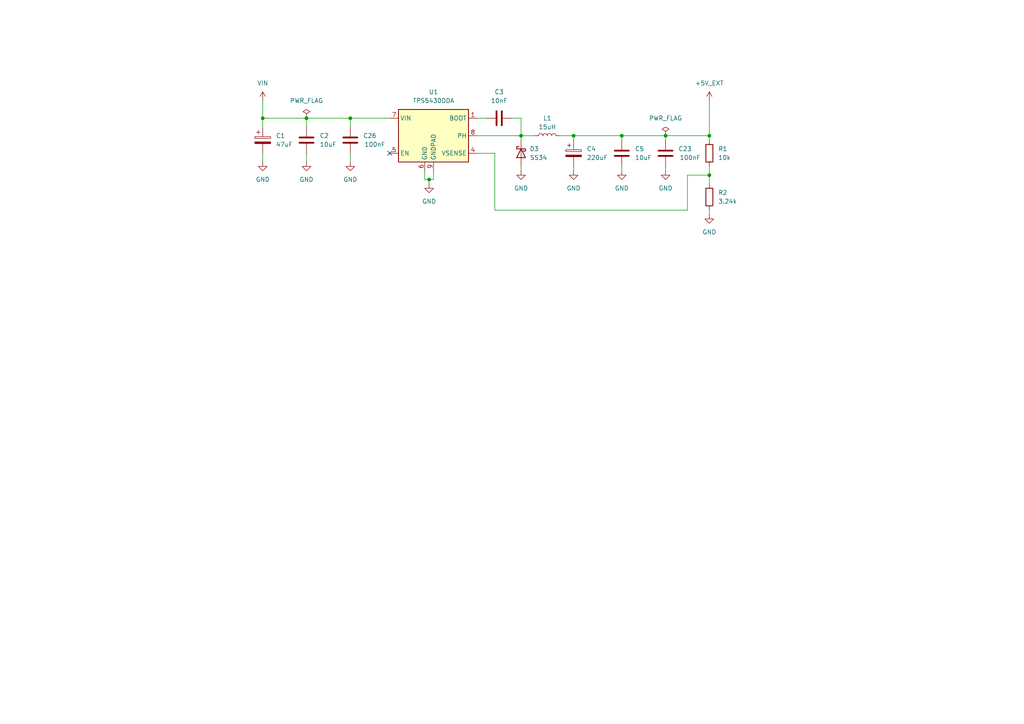
<source format=kicad_sch>
(kicad_sch (version 20250114) (generator "eeschema") (generator_version "9.0")
  (paper "A4")
  (lib_symbols
    (symbol "Device:C" (pin_numbers (hide yes)) (pin_names (offset 0.254))
      (property "Reference" "C" (at 0.635 2.54 0))
      (property "Value" "C" (at 0.635 -2.54 0))
      (symbol "C_0_1"
        (polyline (pts (xy -2.032 0.762) (xy 2.032 0.762)) (stroke (width 0.508)))
        (polyline (pts (xy -2.032 -0.762) (xy 2.032 -0.762)) (stroke (width 0.508)))
      )
      (symbol "C_1_1"
        (pin passive line (at 0 3.81 270) (length 2.794) (name "~") (number "1"))
        (pin passive line (at 0 -3.81 90) (length 2.794) (name "~") (number "2"))
      )
    )
    (symbol "Device:C_Polarized" (pin_numbers (hide yes)) (pin_names (offset 0.254))
      (property "Reference" "C" (at 0.635 2.54 0))
      (property "Value" "C_Polarized" (at 0.635 -2.54 0))
      (symbol "C_Polarized_0_1"
        (rectangle (start -2.286 0.508) (end 2.286 1.016))
        (polyline (pts (xy -1.778 2.286) (xy -0.762 2.286)))
        (polyline (pts (xy -1.27 2.794) (xy -1.27 1.778)))
        (rectangle (start 2.286 -0.508) (end -2.286 -1.016) (fill (type outline)))
      )
      (symbol "C_Polarized_1_1"
        (pin passive line (at 0 3.81 270) (length 2.794) (name "~") (number "1"))
        (pin passive line (at 0 -3.81 90) (length 2.794) (name "~") (number "2"))
      )
    )
    (symbol "Device:D_Schottky" (pin_numbers (hide yes)) (pin_names (offset 1.016) (hide yes))
      (property "Reference" "D" (at 0 2.54 0))
      (property "Value" "D_Schottky" (at 0 -2.54 0))
      (symbol "D_Schottky_0_1"
        (polyline (pts (xy -1.905 0.635) (xy -1.905 1.27) (xy -1.27 1.27) (xy -1.27 -1.27) (xy -0.635 -1.27) (xy -0.635 -0.635)) (stroke (width 0.254)))
        (polyline (pts (xy 1.27 1.27) (xy 1.27 -1.27) (xy -1.27 0) (xy 1.27 1.27)) (stroke (width 0.254)))
        (polyline (pts (xy 1.27 0) (xy -1.27 0)))
      )
      (symbol "D_Schottky_1_1"
        (pin passive line (at -3.81 0 0) (length 2.54) (name "K") (number "1"))
        (pin passive line (at 3.81 0 180) (length 2.54) (name "A") (number "2"))
      )
    )
    (symbol "Device:L" (pin_numbers (hide yes)) (pin_names (offset 1.016) (hide yes))
      (property "Reference" "L" (at -1.27 0 90))
      (property "Value" "L" (at 1.905 0 90))
      (symbol "L_0_1"
        (arc (start 0 2.54) (mid 0.6323 1.905) (end 0 1.27))
        (arc (start 0 1.27) (mid 0.6323 0.635) (end 0 0))
        (arc (start 0 0) (mid 0.6323 -0.635) (end 0 -1.27))
        (arc (start 0 -1.27) (mid 0.6323 -1.905) (end 0 -2.54))
      )
      (symbol "L_1_1"
        (pin passive line (at 0 3.81 270) (length 1.27) (name "1") (number "1"))
        (pin passive line (at 0 -3.81 90) (length 1.27) (name "2") (number "2"))
      )
    )
    (symbol "Device:R" (pin_numbers (hide yes)) (pin_names (offset 0))
      (property "Reference" "R" (at 2.032 0 90))
      (property "Value" "R" (at 0 0 90))
      (symbol "R_0_1"
        (rectangle (start -1.016 -2.54) (end 1.016 2.54) (stroke (width 0.254)))
      )
      (symbol "R_1_1"
        (pin passive line (at 0 3.81 270) (length 1.27) (name "~") (number "1"))
        (pin passive line (at 0 -3.81 90) (length 1.27) (name "~") (number "2"))
      )
    )
    (symbol "Regulator_Switching:TPS5430DDA"
      (property "Reference" "U" (at -10.16 8.89 0))
      (property "Value" "TPS5430DDA" (at -1.27 8.89 0))
      (symbol "TPS5430DDA_0_1"
        (rectangle (start -10.16 7.62) (end 10.16 -7.62) (stroke (width 0.254)) (fill (type background)))
      )
      (symbol "TPS5430DDA_1_1"
        (pin power_in line (at -12.7 5.08 0) (length 2.54) (name "VIN") (number "7"))
        (pin input line (at -12.7 -5.08 0) (length 2.54) (name "EN") (number "5"))
        (pin no_connect line (at -10.16 2.54 0) (length 2.54) (hide yes) (name "NC") (number "2"))
        (pin no_connect line (at -10.16 -2.54 0) (length 2.54) (hide yes) (name "NC") (number "3"))
        (pin power_in line (at -2.54 -10.16 90) (length 2.54) (name "GND") (number "6"))
        (pin power_in line (at 0 -10.16 90) (length 2.54) (name "GNDPAD") (number "9"))
        (pin input line (at 12.7 5.08 180) (length 2.54) (name "BOOT") (number "1"))
        (pin output line (at 12.7 0 180) (length 2.54) (name "PH") (number "8"))
        (pin input line (at 12.7 -5.08 180) (length 2.54) (name "VSENSE") (number "4"))
      )
    )
    (symbol "power:GND" (power) (pin_numbers (hide yes)) (pin_names (offset 0) (hide yes))
      (property "Value" "GND" (at 0 -3.81 0))
      (symbol "GND_0_1"
        (polyline (pts (xy 0 0) (xy 0 -1.27) (xy 1.27 -1.27) (xy 0 -2.54) (xy -1.27 -1.27) (xy 0 -1.27)))
      )
      (symbol "GND_1_1"
        (pin power_in line (at 0 0 270) (length 0) (name "~") (number "1"))
      )
    )
    (symbol "power:PWR_FLAG" (power) (pin_numbers (hide yes)) (pin_names (offset 0) (hide yes))
      (property "Value" "PWR_FLAG" (at 0 3.81 0))
      (symbol "PWR_FLAG_0_0"
        (pin power_out line (at 0 0 90) (length 0) (name "~") (number "1"))
      )
      (symbol "PWR_FLAG_0_1"
        (polyline (pts (xy 0 0) (xy 0 1.27) (xy -1.016 1.905) (xy 0 2.54) (xy 1.016 1.905) (xy 0 1.27)))
      )
    )
    (symbol "power:VCC" (power) (pin_numbers (hide yes)) (pin_names (offset 0) (hide yes))
      (property "Value" "VCC" (at 0 3.556 0))
      (symbol "VCC_0_1"
        (polyline (pts (xy -0.762 1.27) (xy 0 2.54)))
        (polyline (pts (xy 0 2.54) (xy 0.762 1.27)))
        (polyline (pts (xy 0 0) (xy 0 2.54)))
      )
      (symbol "VCC_1_1"
        (pin power_in line (at 0 0 90) (length 0) (name "~") (number "1"))
      )
    )
  )
  (junction (at 76.2 34.29))
  (junction (at 205.74 39.37))
  (junction (at 124.46 52.07))
  (junction (at 166.37 39.37))
  (junction (at 205.74 50.8))
  (junction (at 151.13 39.37))
  (junction (at 180.34 39.37))
  (junction (at 101.6 34.29))
  (junction (at 88.9 34.29))
  (junction (at 193.04 39.37))
  (no_connect (at 113.03 44.45))
  (wire (pts (xy 123.19 49.53) (xy 123.19 52.07)))
  (wire (pts (xy 193.04 39.37) (xy 205.74 39.37)))
  (wire (pts (xy 151.13 34.29) (xy 151.13 39.37)))
  (wire (pts (xy 88.9 36.83) (xy 88.9 34.29)))
  (wire (pts (xy 88.9 34.29) (xy 101.6 34.29)))
  (wire (pts (xy 151.13 39.37) (xy 151.13 40.64)))
  (wire (pts (xy 138.43 39.37) (xy 151.13 39.37)))
  (wire (pts (xy 180.34 39.37) (xy 180.34 40.64)))
  (wire (pts (xy 205.74 50.8) (xy 205.74 53.34)))
  (wire (pts (xy 101.6 34.29) (xy 113.03 34.29)))
  (wire (pts (xy 162.56 39.37) (xy 166.37 39.37)))
  (wire (pts (xy 205.74 60.96) (xy 205.74 62.23)))
  (wire (pts (xy 151.13 39.37) (xy 154.94 39.37)))
  (wire (pts (xy 76.2 29.21) (xy 76.2 34.29)))
  (wire (pts (xy 123.19 52.07) (xy 124.46 52.07)))
  (wire (pts (xy 205.74 39.37) (xy 205.74 40.64)))
  (wire (pts (xy 76.2 34.29) (xy 76.2 36.83)))
  (wire (pts (xy 205.74 48.26) (xy 205.74 50.8)))
  (wire (pts (xy 143.51 44.45) (xy 143.51 60.96)))
  (wire (pts (xy 148.59 34.29) (xy 151.13 34.29)))
  (wire (pts (xy 138.43 34.29) (xy 140.97 34.29)))
  (wire (pts (xy 143.51 60.96) (xy 199.39 60.96)))
  (wire (pts (xy 180.34 39.37) (xy 193.04 39.37)))
  (wire (pts (xy 88.9 44.45) (xy 88.9 46.99)))
  (wire (pts (xy 199.39 50.8) (xy 205.74 50.8)))
  (wire (pts (xy 180.34 48.26) (xy 180.34 49.53)))
  (wire (pts (xy 138.43 44.45) (xy 143.51 44.45)))
  (wire (pts (xy 124.46 52.07) (xy 124.46 53.34)))
  (wire (pts (xy 151.13 48.26) (xy 151.13 49.53)))
  (wire (pts (xy 193.04 48.26) (xy 193.04 49.53)))
  (wire (pts (xy 88.9 34.29) (xy 76.2 34.29)))
  (wire (pts (xy 166.37 39.37) (xy 166.37 40.64)))
  (wire (pts (xy 205.74 29.21) (xy 205.74 39.37)))
  (wire (pts (xy 125.73 49.53) (xy 125.73 52.07)))
  (wire (pts (xy 76.2 44.45) (xy 76.2 46.99)))
  (wire (pts (xy 166.37 39.37) (xy 180.34 39.37)))
  (wire (pts (xy 199.39 60.96) (xy 199.39 50.8)))
  (wire (pts (xy 124.46 52.07) (xy 125.73 52.07)))
  (wire (pts (xy 193.04 39.37) (xy 193.04 40.64)))
  (wire (pts (xy 166.37 48.26) (xy 166.37 49.53)))
  (wire (pts (xy 101.6 44.45) (xy 101.6 46.99)))
  (wire (pts (xy 101.6 34.29) (xy 101.6 36.83)))
  (symbol (lib_id "power:GND") (at 180.34 49.53 0) (unit 1)
    (property "Reference" "#PWR09" (effects (hide yes)))
    (property "Value" "GND" (at 180.34 54.61 0))
    (property "Description" "Power symbol creates a global label with name \"GND\" , ground" (effects (hide yes)))
  )
  (symbol (lib_id "power:GND") (at 193.04 49.53 0) (unit 1)
    (property "Reference" "#PWR0136" (effects (hide yes)))
    (property "Value" "GND" (at 193.04 54.61 0))
    (property "Description" "Power symbol creates a global label with name \"GND\" , ground" (effects (hide yes)))
  )
  (symbol (lib_id "Device:C") (at 180.34 44.45 0) (unit 1)
    (property "Reference" "C5" (at 184.15 43.18 0) (effects (justify left)))
    (property "Value" "10uF" (at 184.15 45.72 0) (effects (justify left)))
    (property "Footprint" "Capacitor_SMD:C_0603_1608Metric" (effects (hide yes)))
    (property "Description" "Unpolarized capacitor" (effects (hide yes)))
    (property "LCSC" "C19702" (effects (hide yes)))
  )
  (symbol (lib_id "power:GND") (at 166.37 49.53 0) (unit 1)
    (property "Reference" "#PWR08" (effects (hide yes)))
    (property "Value" "GND" (at 166.37 54.61 0))
    (property "Description" "Power symbol creates a global label with name \"GND\" , ground" (effects (hide yes)))
  )
  (symbol (lib_id "Device:C") (at 101.6 40.64 0) (unit 1)
    (property "Reference" "C26" (at 109.22 39.37 0) (effects (justify right)))
    (property "Value" "100nF" (at 111.76 41.91 0) (effects (justify right)))
    (property "Footprint" "Capacitor_SMD:C_0603_1608Metric" (effects (hide yes)))
    (property "Description" "Unpolarized capacitor" (effects (hide yes)))
    (property "LCSC" "C14663" (effects (hide yes)))
  )
  (symbol (lib_id "Regulator_Switching:TPS5430DDA") (at 125.73 39.37 0) (unit 1)
    (property "Reference" "U1" (at 125.73 26.67 0))
    (property "Value" "TPS5430DDA" (at 125.73 29.21 0))
    (property "Footprint" "Package_SO:TI_SO-PowerPAD-8_ThermalVias" (effects (hide yes)))
    (property "Datasheet" "http://www.ti.com/lit/ds/symlink/tps5430.pdf" (effects (hide yes)))
    (property "Description" "3A, Step Down Swift Converter, Adjustable Output Voltage, 5.5-36V Input Voltage, PowerSO-8" (effects (hide yes)))
    (property "LCSC" "C9864" (effects (hide yes)))
  )
  (symbol (lib_id "Device:D_Schottky") (at 151.13 44.45 90) (mirror x) (unit 1)
    (property "Reference" "D3" (at 154.94 43.18 90))
    (property "Value" "SS34" (at 156.21 45.72 90))
    (property "Footprint" "Diode_SMD:D_SMA" (effects (hide yes)))
    (property "Description" "Schottky diode" (effects (hide yes)))
    (property "LCSC" "C8678" (effects (hide yes)))
  )
  (symbol (lib_id "power:GND") (at 151.13 49.53 0) (unit 1)
    (property "Reference" "#PWR07" (effects (hide yes)))
    (property "Value" "GND" (at 151.13 54.61 0))
    (property "Description" "Power symbol creates a global label with name \"GND\" , ground" (effects (hide yes)))
  )
  (symbol (lib_id "power:PWR_FLAG") (at 88.9 34.29 0) (unit 1)
    (property "Reference" "#FLG02" (effects (hide yes)))
    (property "Value" "PWR_FLAG" (at 88.9 29.21 0))
    (property "Description" "Special symbol for telling ERC where power comes from" (effects (hide yes)))
  )
  (symbol (lib_id "power:VCC") (at 205.74 29.21 0) (unit 1)
    (property "Reference" "#PWR011" (effects (hide yes)))
    (property "Value" "+5V_EXT" (at 205.74 24.13 0))
    (property "Description" "Power symbol creates a global label with name \"VCC\"" (effects (hide yes)))
  )
  (symbol (lib_id "power:GND") (at 76.2 46.99 0) (unit 1)
    (property "Reference" "#PWR04" (effects (hide yes)))
    (property "Value" "GND" (at 76.2 52.07 0))
    (property "Description" "Power symbol creates a global label with name \"GND\" , ground" (effects (hide yes)))
  )
  (symbol (lib_id "Device:L") (at 158.75 39.37 90) (unit 1)
    (property "Reference" "L1" (at 158.75 34.29 90))
    (property "Value" "15uH" (at 158.75 36.83 90))
    (property "Footprint" "Inductor_SMD:L_Changjiang_FXL0630" (effects (hide yes)))
    (property "Description" "Inductor" (effects (hide yes)))
    (property "LCSC" "C177243" (effects (hide yes)))
  )
  (symbol (lib_id "Device:C") (at 144.78 34.29 90) (unit 1)
    (property "Reference" "C3" (at 144.78 26.67 90))
    (property "Value" "10nF" (at 144.78 29.21 90))
    (property "Footprint" "Capacitor_SMD:C_0603_1608Metric" (effects (hide yes)))
    (property "Description" "Unpolarized capacitor" (effects (hide yes)))
    (property "LCSC" "C57112" (effects (hide yes)))
  )
  (symbol (lib_id "Device:R") (at 205.74 44.45 0) (unit 1)
    (property "Reference" "R1" (at 208.28 43.18 0) (effects (justify left)))
    (property "Value" "10k" (at 208.28 45.72 0) (effects (justify left)))
    (property "Footprint" "Resistor_SMD:R_0603_1608Metric" (effects (hide yes)))
    (property "Description" "Resistor" (effects (hide yes)))
    (property "LCSC" "C25804" (effects (hide yes)))
  )
  (symbol (lib_id "power:GND") (at 88.9 46.99 0) (unit 1)
    (property "Reference" "#PWR05" (effects (hide yes)))
    (property "Value" "GND" (at 88.9 52.07 0))
    (property "Description" "Power symbol creates a global label with name \"GND\" , ground" (effects (hide yes)))
  )
  (symbol (lib_id "Device:C") (at 88.9 40.64 0) (unit 1)
    (property "Reference" "C2" (at 92.71 39.37 0) (effects (justify left)))
    (property "Value" "10uF" (at 92.71 41.91 0) (effects (justify left)))
    (property "Footprint" "Capacitor_SMD:C_1206_3216Metric" (effects (hide yes)))
    (property "Description" "Unpolarized capacitor" (effects (hide yes)))
    (property "LCSC" "C13585" (effects (hide yes)))
  )
  (symbol (lib_id "power:GND") (at 101.6 46.99 0) (unit 1)
    (property "Reference" "#PWR0139" (effects (hide yes)))
    (property "Value" "GND" (at 101.6 52.07 0))
    (property "Description" "Power symbol creates a global label with name \"GND\" , ground" (effects (hide yes)))
  )
  (symbol (lib_id "power:GND") (at 205.74 62.23 0) (unit 1)
    (property "Reference" "#PWR010" (effects (hide yes)))
    (property "Value" "GND" (at 205.74 67.31 0))
    (property "Description" "Power symbol creates a global label with name \"GND\" , ground" (effects (hide yes)))
  )
  (symbol (lib_id "Device:C_Polarized") (at 76.2 40.64 0) (unit 1)
    (property "Reference" "C1" (at 80.01 39.37 0) (effects (justify left)))
    (property "Value" "47uF" (at 80.01 41.91 0) (effects (justify left)))
    (property "Footprint" "Capacitor_SMD:CP_Elec_6.3x7.7" (effects (hide yes)))
    (property "Description" "Polarized capacitor" (effects (hide yes)))
    (property "LCSC" "C4747961" (effects (hide yes)))
  )
  (symbol (lib_id "Device:R") (at 205.74 57.15 0) (unit 1)
    (property "Reference" "R2" (at 208.28 55.88 0) (effects (justify left)))
    (property "Value" "3.24k" (at 208.28 58.42 0) (effects (justify left)))
    (property "Footprint" "Resistor_SMD:R_0603_1608Metric" (effects (hide yes)))
    (property "Description" "Resistor" (effects (hide yes)))
    (property "LCSC" "C22994" (effects (hide yes)))
  )
  (symbol (lib_id "Device:C") (at 193.04 44.45 0) (unit 1)
    (property "Reference" "C23" (at 200.66 43.18 0) (effects (justify right)))
    (property "Value" "100nF" (at 203.2 45.72 0) (effects (justify right)))
    (property "Footprint" "Capacitor_SMD:C_0603_1608Metric" (effects (hide yes)))
    (property "Description" "Unpolarized capacitor" (effects (hide yes)))
    (property "LCSC" "C14663" (effects (hide yes)))
  )
  (symbol (lib_id "power:GND") (at 124.46 53.34 0) (unit 1)
    (property "Reference" "#PWR06" (effects (hide yes)))
    (property "Value" "GND" (at 124.46 58.42 0))
    (property "Description" "Power symbol creates a global label with name \"GND\" , ground" (effects (hide yes)))
  )
  (symbol (lib_id "power:PWR_FLAG") (at 193.04 39.37 0) (unit 1)
    (property "Reference" "#FLG03" (effects (hide yes)))
    (property "Value" "PWR_FLAG" (at 193.04 34.29 0))
    (property "Description" "Special symbol for telling ERC where power comes from" (effects (hide yes)))
  )
  (symbol (lib_id "Device:C_Polarized") (at 166.37 44.45 0) (unit 1)
    (property "Reference" "C4" (at 170.18 43.18 0) (effects (justify left)))
    (property "Value" "220uF" (at 170.18 45.72 0) (effects (justify left)))
    (property "Footprint" "Capacitor_SMD:CP_Elec_6.3x5.4" (effects (hide yes)))
    (property "Description" "Polarized capacitor" (effects (hide yes)))
    (property "LCSC" "C3345" (effects (hide yes)))
  )
  (symbol (lib_id "power:VCC") (at 76.2 29.21 0) (unit 1)
    (property "Reference" "#PWR03" (effects (hide yes)))
    (property "Value" "VIN" (at 76.2 24.13 0))
    (property "Description" "Power symbol creates a global label with name \"VCC\"" (effects (hide yes)))
  )
)
</source>
